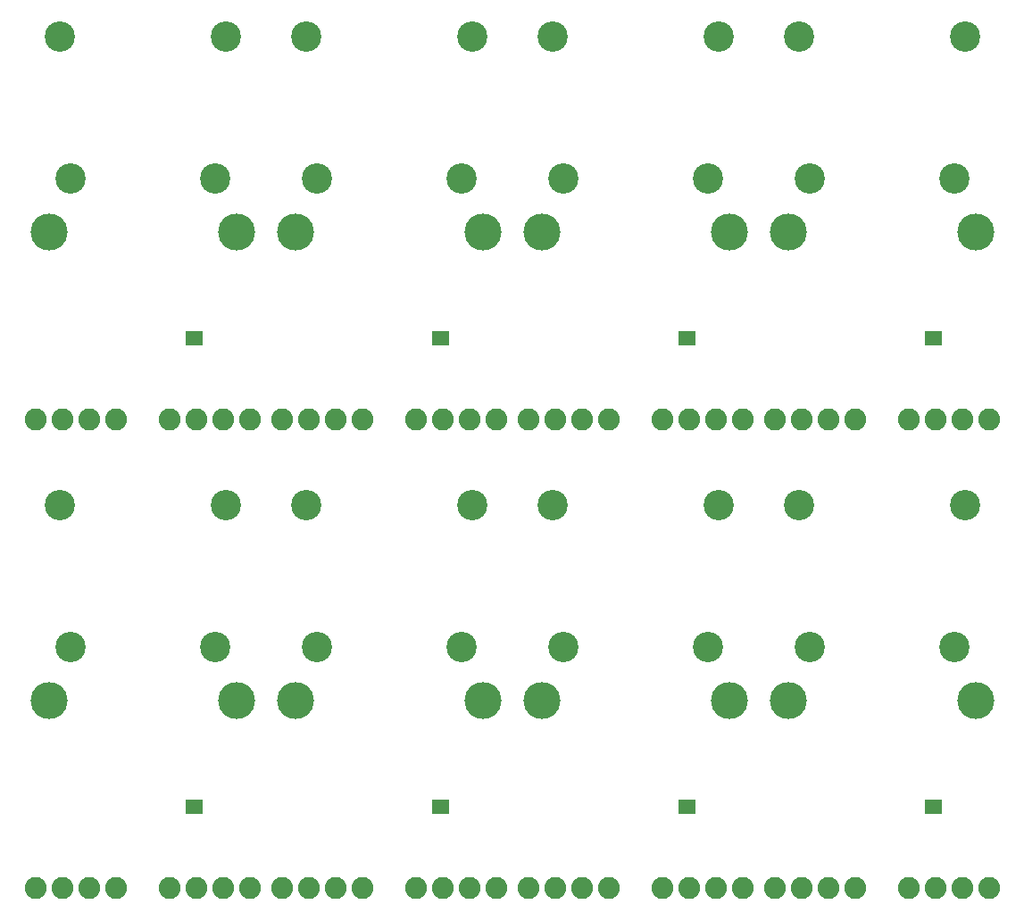
<source format=gbs>
G75*
%MOIN*%
%OFA0B0*%
%FSLAX25Y25*%
%IPPOS*%
%LPD*%
%AMOC8*
5,1,8,0,0,1.08239X$1,22.5*
%
%ADD10C,0.08200*%
%ADD11R,0.03300X0.05800*%
%ADD12C,0.13800*%
%ADD13C,0.11300*%
D10*
X0033500Y0051750D03*
X0043500Y0051750D03*
X0053500Y0051750D03*
X0063500Y0051750D03*
X0083500Y0051750D03*
X0093500Y0051750D03*
X0103500Y0051750D03*
X0113500Y0051750D03*
X0125500Y0051750D03*
X0135500Y0051750D03*
X0145500Y0051750D03*
X0155500Y0051750D03*
X0175500Y0051750D03*
X0185500Y0051750D03*
X0195500Y0051750D03*
X0205500Y0051750D03*
X0217500Y0051750D03*
X0227500Y0051750D03*
X0237500Y0051750D03*
X0247500Y0051750D03*
X0267500Y0051750D03*
X0277500Y0051750D03*
X0287500Y0051750D03*
X0297500Y0051750D03*
X0309500Y0051750D03*
X0319500Y0051750D03*
X0329500Y0051750D03*
X0339500Y0051750D03*
X0359500Y0051750D03*
X0369500Y0051750D03*
X0379500Y0051750D03*
X0389500Y0051750D03*
X0389500Y0226750D03*
X0379500Y0226750D03*
X0369500Y0226750D03*
X0359500Y0226750D03*
X0339500Y0226750D03*
X0329500Y0226750D03*
X0319500Y0226750D03*
X0309500Y0226750D03*
X0297500Y0226750D03*
X0287500Y0226750D03*
X0277500Y0226750D03*
X0267500Y0226750D03*
X0247500Y0226750D03*
X0237500Y0226750D03*
X0227500Y0226750D03*
X0217500Y0226750D03*
X0205500Y0226750D03*
X0195500Y0226750D03*
X0185500Y0226750D03*
X0175500Y0226750D03*
X0155500Y0226750D03*
X0145500Y0226750D03*
X0135500Y0226750D03*
X0125500Y0226750D03*
X0113500Y0226750D03*
X0103500Y0226750D03*
X0093500Y0226750D03*
X0083500Y0226750D03*
X0063500Y0226750D03*
X0053500Y0226750D03*
X0043500Y0226750D03*
X0033500Y0226750D03*
D11*
X0091150Y0257000D03*
X0094350Y0257000D03*
X0183150Y0257000D03*
X0186350Y0257000D03*
X0275150Y0257000D03*
X0278350Y0257000D03*
X0367150Y0257000D03*
X0370350Y0257000D03*
X0370350Y0082000D03*
X0367150Y0082000D03*
X0278350Y0082000D03*
X0275150Y0082000D03*
X0186350Y0082000D03*
X0183150Y0082000D03*
X0094350Y0082000D03*
X0091150Y0082000D03*
D12*
X0108500Y0121750D03*
X0130500Y0121750D03*
X0200500Y0121750D03*
X0222500Y0121750D03*
X0292500Y0121750D03*
X0314500Y0121750D03*
X0384500Y0121750D03*
X0384500Y0296750D03*
X0314500Y0296750D03*
X0292500Y0296750D03*
X0222500Y0296750D03*
X0200500Y0296750D03*
X0130500Y0296750D03*
X0108500Y0296750D03*
X0038500Y0296750D03*
X0038500Y0121750D03*
D13*
X0046500Y0141750D03*
X0042500Y0194750D03*
X0100500Y0141750D03*
X0138500Y0141750D03*
X0134500Y0194750D03*
X0104500Y0194750D03*
X0192500Y0141750D03*
X0230500Y0141750D03*
X0226500Y0194750D03*
X0196500Y0194750D03*
X0284500Y0141750D03*
X0322500Y0141750D03*
X0318500Y0194750D03*
X0288500Y0194750D03*
X0380500Y0194750D03*
X0376500Y0141750D03*
X0376500Y0316750D03*
X0380500Y0369750D03*
X0322500Y0316750D03*
X0284500Y0316750D03*
X0288500Y0369750D03*
X0318500Y0369750D03*
X0230500Y0316750D03*
X0192500Y0316750D03*
X0196500Y0369750D03*
X0226500Y0369750D03*
X0138500Y0316750D03*
X0100500Y0316750D03*
X0104500Y0369750D03*
X0134500Y0369750D03*
X0042500Y0369750D03*
X0046500Y0316750D03*
M02*

</source>
